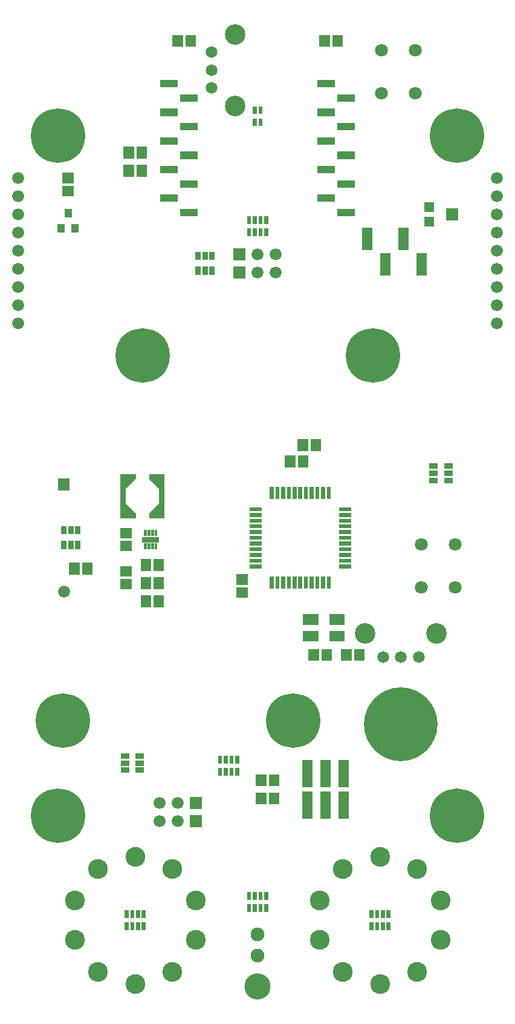
<source format=gbr>
G04 start of page 6 for group -4063 idx -4063 *
G04 Title: (unknown), componentmask *
G04 Creator: pcb 20140316 *
G04 CreationDate: Thu 09 Feb 2017 01:57:55 AM GMT UTC *
G04 For: railfan *
G04 Format: Gerber/RS-274X *
G04 PCB-Dimensions (mil): 2750.00 5500.00 *
G04 PCB-Coordinate-Origin: lower left *
%MOIN*%
%FSLAX25Y25*%
%LNTOPMASK*%
%ADD108R,0.0400X0.0400*%
%ADD107R,0.0690X0.0690*%
%ADD106R,0.0410X0.0410*%
%ADD105R,0.0530X0.0530*%
%ADD104R,0.0560X0.0560*%
%ADD103R,0.0300X0.0300*%
%ADD102R,0.0227X0.0227*%
%ADD101R,0.0290X0.0290*%
%ADD100R,0.0300X0.0300*%
%ADD99R,0.0257X0.0257*%
%ADD98R,0.0158X0.0158*%
%ADD97R,0.0572X0.0572*%
%ADD96R,0.0217X0.0217*%
%ADD95C,0.1440*%
%ADD94C,0.0760*%
%ADD93C,0.0710*%
%ADD92C,0.1130*%
%ADD91C,0.0650*%
%ADD90C,0.4060*%
%ADD89C,0.1090*%
%ADD88C,0.0001*%
%ADD87C,0.2997*%
%ADD86C,0.0660*%
G54D86*X269500Y383500D03*
Y393500D03*
Y403500D03*
Y413500D03*
Y423500D03*
Y433500D03*
Y443500D03*
Y453500D03*
Y463500D03*
X5500Y413500D03*
Y423500D03*
Y433500D03*
Y443500D03*
Y383500D03*
Y393500D03*
Y403500D03*
G54D87*X74000Y366000D03*
G54D86*X5500Y453500D03*
Y463500D03*
G54D87*X27500Y112500D03*
X30000Y165000D03*
G54D88*G36*
X27300Y298300D02*Y291700D01*
X33900D01*
Y298300D01*
X27300D01*
G37*
G54D86*X30600Y236000D03*
G54D89*X49428Y83316D03*
X69999Y90000D03*
G54D87*X27500Y487000D03*
X247500Y112500D03*
X157000Y165000D03*
G54D89*X204999Y90000D03*
X205001Y20000D03*
X225572Y83316D03*
X238287Y65815D03*
Y44184D03*
X225572Y26684D03*
G54D90*X216500Y163000D03*
G54D91*X226343Y200000D03*
X216500D03*
X206657D03*
G54D92*X236185Y212992D03*
X196815D03*
G54D93*X227650Y238200D03*
Y261800D03*
X246350Y238200D03*
Y261800D03*
G54D87*X201000Y366000D03*
X247500Y487000D03*
G54D93*X205650Y510200D03*
Y533800D03*
X224350Y510200D03*
Y533800D03*
G54D88*G36*
X124200Y424800D02*Y418200D01*
X130800D01*
Y424800D01*
X124200D01*
G37*
G54D86*X137500Y421500D03*
X147500D03*
G54D88*G36*
X124200Y414800D02*Y408200D01*
X130800D01*
Y414800D01*
X124200D01*
G37*
G54D86*X137500Y411500D03*
X147500D03*
G54D91*X112000Y513157D03*
G54D92*X124992Y503315D03*
G54D91*X112000Y523000D03*
Y532843D03*
G54D92*X124992Y542685D03*
G54D88*G36*
X100200Y112800D02*Y106200D01*
X106800D01*
Y112800D01*
X100200D01*
G37*
G54D86*X93500Y109500D03*
X83500D03*
G54D88*G36*
X100200Y122800D02*Y116200D01*
X106800D01*
Y122800D01*
X100200D01*
G37*
G54D86*X93500Y119500D03*
X83500D03*
G54D89*X184428Y83316D03*
Y26684D03*
X171713Y44185D03*
Y65816D03*
X90572Y83316D03*
X103287Y65815D03*
X36713Y65816D03*
X103287Y44184D03*
X36713Y44185D03*
G54D94*X137500Y47300D03*
G54D89*X90572Y26684D03*
X70001Y20000D03*
X49428Y26684D03*
G54D95*X137500Y18500D03*
G54D94*Y35500D03*
G54D96*X154700Y243028D02*Y238602D01*
X157850Y243028D02*Y238602D01*
X161000Y243028D02*Y238602D01*
X164149Y243028D02*Y238602D01*
X145252Y243028D02*Y238602D01*
X148401Y243028D02*Y238602D01*
X151551Y243028D02*Y238602D01*
G54D97*X128607Y242543D02*X129393D01*
G54D96*X167299Y243028D02*Y238602D01*
G54D97*X83043Y230893D02*Y230107D01*
X75957Y230893D02*Y230107D01*
Y240893D02*Y240107D01*
X128607Y235457D02*X129393D01*
X75957Y250893D02*Y250107D01*
X83043Y250893D02*Y250107D01*
Y240893D02*Y240107D01*
X64607Y247043D02*X65393D01*
X64607Y260957D02*X65393D01*
X64607Y239957D02*X65393D01*
G54D98*X75547Y261744D02*Y259972D01*
X77516Y261744D02*Y259972D01*
X79484Y261744D02*Y259972D01*
X81453Y261744D02*Y259972D01*
G54D99*X75547Y264500D02*X81453D01*
G54D100*X75370D02*X81630D01*
G54D98*X81453Y269028D02*Y267256D01*
G54D101*X79100Y277800D02*X84700D01*
G54D88*G36*
X77531Y278950D02*X83550Y284969D01*
X86096Y282423D01*
X80077Y276404D01*
X77531Y278950D01*
G37*
G36*
X81750Y280750D02*Y277150D01*
X85350D01*
Y280750D01*
X81750D01*
G37*
G54D98*X79484Y269028D02*Y267256D01*
X77516Y269028D02*Y267256D01*
X75547Y269028D02*Y267256D01*
G54D97*X64607Y268043D02*X65393D01*
G54D101*X63300Y299200D02*Y277800D01*
X68900D01*
G54D88*G36*
X64450Y284969D02*X70469Y278950D01*
X67923Y276404D01*
X61904Y282423D01*
X64450Y284969D01*
G37*
G36*
X62650Y280750D02*Y277150D01*
X66250D01*
Y280750D01*
X62650D01*
G37*
G36*
X80077Y300596D02*X86096Y294577D01*
X83550Y292031D01*
X77531Y298050D01*
X80077Y300596D01*
G37*
G54D97*X162457Y316893D02*Y316107D01*
X155457Y307893D02*Y307107D01*
X162543Y307893D02*Y307107D01*
G54D101*X63300Y299200D02*X68900D01*
G54D88*G36*
X61904Y294577D02*X67923Y300596D01*
X70469Y298050D01*
X64450Y292031D01*
X61904Y294577D01*
G37*
G36*
X62650Y299850D02*Y296250D01*
X66250D01*
Y299850D01*
X62650D01*
G37*
G54D101*X84700Y299200D02*Y277800D01*
X79100Y299200D02*X84700D01*
G54D88*G36*
X81750Y299850D02*Y296250D01*
X85350D01*
Y299850D01*
X81750D01*
G37*
G54D102*X65276Y52587D02*Y50717D01*
Y59283D02*Y57413D01*
X68425Y52587D02*Y50717D01*
Y59283D02*Y57413D01*
X71575Y52587D02*Y50717D01*
X74724Y52587D02*Y50717D01*
Y59283D02*Y57413D01*
X71575Y59283D02*Y57413D01*
G54D103*X71700Y137600D02*X73300D01*
X63500D02*X65100D01*
X71700Y141500D02*X73300D01*
X63500D02*X65100D01*
X71700Y145400D02*X73300D01*
X63500D02*X65100D01*
G54D102*X132776Y62587D02*Y60717D01*
Y69283D02*Y67413D01*
X135925Y62587D02*Y60717D01*
Y69283D02*Y67413D01*
X139075Y62587D02*Y60717D01*
X142224Y62587D02*Y60717D01*
Y69283D02*Y67413D01*
X139075Y69283D02*Y67413D01*
G54D104*X165000Y123004D02*Y113516D01*
Y140484D02*Y130996D01*
G54D97*X139457Y122393D02*Y121607D01*
X146543Y122393D02*Y121607D01*
X139457Y132393D02*Y131607D01*
X146543Y132393D02*Y131607D01*
G54D102*X116776Y137587D02*Y135717D01*
Y144283D02*Y142413D01*
X119925Y137587D02*Y135717D01*
X123075Y137587D02*Y135717D01*
X126224Y137587D02*Y135717D01*
Y144283D02*Y142413D01*
X123075Y144283D02*Y142413D01*
X119925Y144283D02*Y142413D01*
G54D96*X170448Y243028D02*Y238602D01*
X173598Y243028D02*Y238602D01*
X176748Y243028D02*Y238602D01*
X183472Y249752D02*X187898D01*
G54D97*X179906Y220528D02*X182661D01*
X179906Y211472D02*X182661D01*
X168457Y201393D02*Y200607D01*
X165339Y220528D02*X168094D01*
X165339Y211472D02*X168094D01*
X175543Y201393D02*Y200607D01*
G54D104*X175000Y123004D02*Y113516D01*
X185000Y123004D02*Y113516D01*
Y140484D02*Y130996D01*
X175000Y140484D02*Y130996D01*
G54D96*X183472Y252901D02*X187898D01*
X183472Y256051D02*X187898D01*
X183472Y259200D02*X187898D01*
X183472Y262350D02*X187898D01*
X183472Y265500D02*X187898D01*
X183472Y268649D02*X187898D01*
X183472Y271799D02*X187898D01*
X183472Y274948D02*X187898D01*
X183472Y278098D02*X187898D01*
X183472Y281248D02*X187898D01*
G54D97*X193543Y201393D02*Y200607D01*
X186457Y201393D02*Y200607D01*
G54D96*X176748Y292398D02*Y287972D01*
X173599Y292398D02*Y287972D01*
X170449Y292398D02*Y287972D01*
X167300Y292398D02*Y287972D01*
X164150Y292398D02*Y287972D01*
X161000Y292398D02*Y287972D01*
X157851Y292398D02*Y287972D01*
G54D97*X169543Y316893D02*Y316107D01*
G54D103*X233700Y304900D02*X235300D01*
X241900D02*X243500D01*
X233700Y301000D02*X235300D01*
X233700Y297100D02*X235300D01*
X241900D02*X243500D01*
X241900Y301000D02*X243500D01*
G54D96*X154701Y292398D02*Y287972D01*
X151552Y292398D02*Y287972D01*
X148402Y292398D02*Y287972D01*
X145252Y292398D02*Y287972D01*
X134102Y281248D02*X138528D01*
X134102Y278099D02*X138528D01*
X134102Y274949D02*X138528D01*
X134102Y271800D02*X138528D01*
X134102Y268650D02*X138528D01*
X134102Y265500D02*X138528D01*
X134102Y262351D02*X138528D01*
X134102Y259201D02*X138528D01*
X134102Y256052D02*X138528D01*
X134102Y252902D02*X138528D01*
X134102Y249752D02*X138528D01*
G54D102*X132776Y434587D02*Y432717D01*
X135925Y434587D02*Y432717D01*
X139075Y434587D02*Y432717D01*
X142224Y434587D02*Y432717D01*
Y441283D02*Y439413D01*
X139075Y441283D02*Y439413D01*
X135925Y441283D02*Y439413D01*
X132776Y441283D02*Y439413D01*
G54D105*X231950Y447401D02*Y447400D01*
G54D106*X172559Y452441D02*X178071D01*
X183543Y444567D02*X189055D01*
X183543Y460315D02*X189055D01*
G54D105*X231950Y439600D02*Y439599D01*
G54D104*X198000Y433413D02*Y426760D01*
X208000Y419240D02*Y412587D01*
X218000Y433413D02*Y426760D01*
X228000Y419240D02*Y412587D01*
G54D107*X244750Y443500D02*Y443499D01*
G54D102*X200276Y52587D02*Y50717D01*
Y59283D02*Y57413D01*
X203425Y52587D02*Y50717D01*
Y59283D02*Y57413D01*
X206575Y52587D02*Y50717D01*
X209724Y52587D02*Y50717D01*
Y59283D02*Y57413D01*
X206575Y59283D02*Y57413D01*
G54D86*X216500Y179250D03*
X205010Y174490D03*
X227990D03*
X216500Y146750D03*
X205010Y151510D03*
X227990D03*
X200250Y163000D03*
X232750D03*
G54D97*X73543Y467893D02*Y467107D01*
Y477893D02*Y477107D01*
X66457Y467893D02*Y467107D01*
Y477893D02*Y477107D01*
G54D106*X85945Y499685D02*X91457D01*
X85945Y483937D02*X91457D01*
X85945Y468189D02*X91457D01*
G54D97*X93457Y539393D02*Y538607D01*
X100543Y539393D02*Y538607D01*
G54D106*X85945Y515433D02*X91457D01*
X96929Y476063D02*X102441D01*
X96929Y491811D02*X102441D01*
X96929Y507559D02*X102441D01*
G54D102*X135925Y495087D02*Y493217D01*
X139075Y495087D02*Y493217D01*
Y501783D02*Y499913D01*
X135925Y501783D02*Y499913D01*
G54D97*X181543Y539393D02*Y538607D01*
X174457Y539393D02*Y538607D01*
G54D106*X172559Y515433D02*X178071D01*
X172559Y499685D02*X178071D01*
X172559Y483937D02*X178071D01*
X172559Y468189D02*X178071D01*
X183543Y476063D02*X189055D01*
X183543Y491811D02*X189055D01*
X183543Y507559D02*X189055D01*
G54D103*X30600Y262300D02*Y260700D01*
Y270500D02*Y268900D01*
X34500Y262300D02*Y260700D01*
Y270500D02*Y268900D01*
X38400Y262300D02*Y260700D01*
Y270500D02*Y268900D01*
G54D97*X36457Y248893D02*Y248107D01*
X43543Y248893D02*Y248107D01*
G54D108*X29100Y436300D02*Y435700D01*
X36900Y436300D02*Y435700D01*
X33000Y444500D02*Y443900D01*
G54D97*X32607Y456457D02*X33393D01*
X32607Y463543D02*X33393D01*
G54D106*X85945Y452441D02*X91457D01*
X96929Y444567D02*X102441D01*
X96929Y460315D02*X102441D01*
G54D103*X104600Y413300D02*Y411700D01*
X108500Y413300D02*Y411700D01*
X112400Y413300D02*Y411700D01*
Y421500D02*Y419900D01*
X108500Y421500D02*Y419900D01*
X104600Y421500D02*Y419900D01*
M02*

</source>
